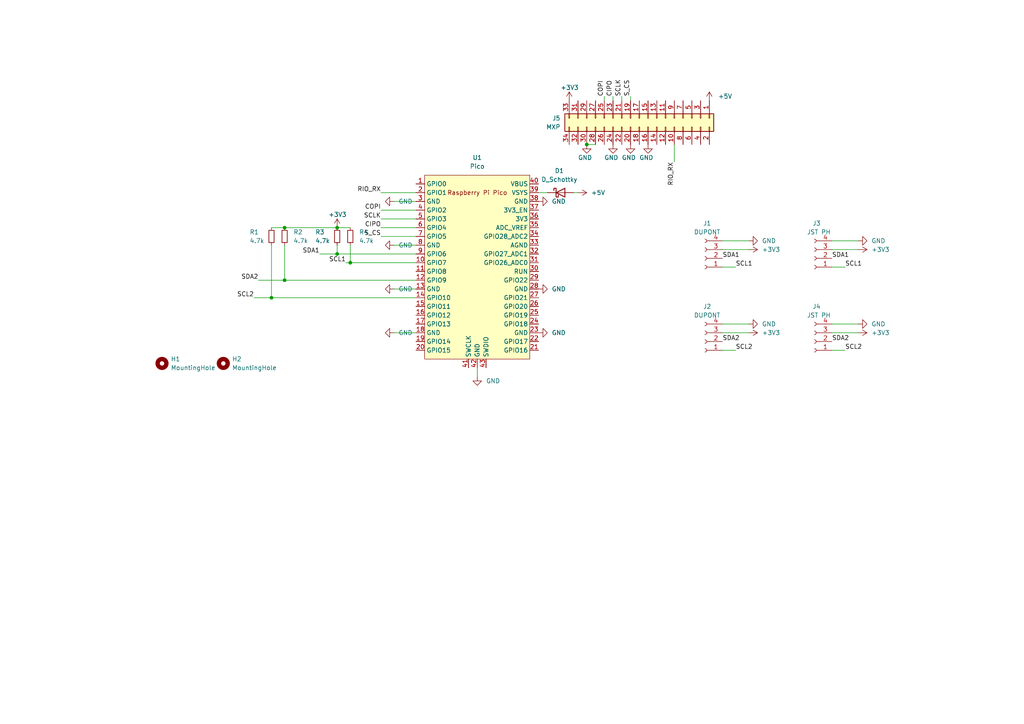
<source format=kicad_sch>
(kicad_sch (version 20211123) (generator eeschema)
  (paper "A4")
  (lib_symbols
    (symbol "Connector:Conn_01x04_Female" (pin_names (offset 1.016) hide)
      (property "Reference" "J" (at 0 5.08 0))
      (property "Value" "Conn_01x04_Female" (at 0 -7.62 0))
      (symbol "Conn_01x04_Female_1_1"
        (arc (start 0 -4.572) (mid -0.508 -5.08) (end 0 -5.588) (stroke (width 0.1524)))
        (arc (start 0 -2.032) (mid -0.508 -2.54) (end 0 -3.048) (stroke (width 0.1524)))
        (polyline (pts (xy -1.27 -5.08) (xy -0.508 -5.08)) (stroke (width 0.1524)))
        (polyline (pts (xy -1.27 -2.54) (xy -0.508 -2.54)) (stroke (width 0.1524)))
        (polyline (pts (xy -1.27 0) (xy -0.508 0)) (stroke (width 0.1524)))
        (polyline (pts (xy -1.27 2.54) (xy -0.508 2.54)) (stroke (width 0.1524)))
        (arc (start 0 0.508) (mid -0.508 0) (end 0 -0.508) (stroke (width 0.1524)))
        (arc (start 0 3.048) (mid -0.508 2.54) (end 0 2.032) (stroke (width 0.1524)))
        (pin passive line (at -5.08 2.54 0) (length 3.81) (name "Pin_1") (number "1"))
        (pin passive line (at -5.08 0 0) (length 3.81) (name "Pin_2") (number "2"))
        (pin passive line (at -5.08 -2.54 0) (length 3.81) (name "Pin_3") (number "3"))
        (pin passive line (at -5.08 -5.08 0) (length 3.81) (name "Pin_4") (number "4"))
      )
    )
    (symbol "Connector_Generic:Conn_02x17_Odd_Even" (pin_names (offset 1.016) hide)
      (property "Reference" "J" (at 1.27 22.86 0))
      (property "Value" "Conn_02x17_Odd_Even" (at 1.27 -22.86 0))
      (symbol "Conn_02x17_Odd_Even_1_1"
        (rectangle (start -1.27 -20.193) (end 0 -20.447) (stroke (width 0.1524)))
        (rectangle (start -1.27 -17.653) (end 0 -17.907) (stroke (width 0.1524)))
        (rectangle (start -1.27 -15.113) (end 0 -15.367) (stroke (width 0.1524)))
        (rectangle (start -1.27 -12.573) (end 0 -12.827) (stroke (width 0.1524)))
        (rectangle (start -1.27 -10.033) (end 0 -10.287) (stroke (width 0.1524)))
        (rectangle (start -1.27 -7.493) (end 0 -7.747) (stroke (width 0.1524)))
        (rectangle (start -1.27 -4.953) (end 0 -5.207) (stroke (width 0.1524)))
        (rectangle (start -1.27 -2.413) (end 0 -2.667) (stroke (width 0.1524)))
        (rectangle (start -1.27 0.127) (end 0 -0.127) (stroke (width 0.1524)))
        (rectangle (start -1.27 2.667) (end 0 2.413) (stroke (width 0.1524)))
        (rectangle (start -1.27 5.207) (end 0 4.953) (stroke (width 0.1524)))
        (rectangle (start -1.27 7.747) (end 0 7.493) (stroke (width 0.1524)))
        (rectangle (start -1.27 10.287) (end 0 10.033) (stroke (width 0.1524)))
        (rectangle (start -1.27 12.827) (end 0 12.573) (stroke (width 0.1524)))
        (rectangle (start -1.27 15.367) (end 0 15.113) (stroke (width 0.1524)))
        (rectangle (start -1.27 17.907) (end 0 17.653) (stroke (width 0.1524)))
        (rectangle (start -1.27 20.447) (end 0 20.193) (stroke (width 0.1524)))
        (rectangle (start -1.27 21.59) (end 3.81 -21.59) (stroke (width 0.254)) (fill (type background)))
        (rectangle (start 3.81 -20.193) (end 2.54 -20.447) (stroke (width 0.1524)))
        (rectangle (start 3.81 -17.653) (end 2.54 -17.907) (stroke (width 0.1524)))
        (rectangle (start 3.81 -15.113) (end 2.54 -15.367) (stroke (width 0.1524)))
        (rectangle (start 3.81 -12.573) (end 2.54 -12.827) (stroke (width 0.1524)))
        (rectangle (start 3.81 -10.033) (end 2.54 -10.287) (stroke (width 0.1524)))
        (rectangle (start 3.81 -7.493) (end 2.54 -7.747) (stroke (width 0.1524)))
        (rectangle (start 3.81 -4.953) (end 2.54 -5.207) (stroke (width 0.1524)))
        (rectangle (start 3.81 -2.413) (end 2.54 -2.667) (stroke (width 0.1524)))
        (rectangle (start 3.81 0.127) (end 2.54 -0.127) (stroke (width 0.1524)))
        (rectangle (start 3.81 2.667) (end 2.54 2.413) (stroke (width 0.1524)))
        (rectangle (start 3.81 5.207) (end 2.54 4.953) (stroke (width 0.1524)))
        (rectangle (start 3.81 7.747) (end 2.54 7.493) (stroke (width 0.1524)))
        (rectangle (start 3.81 10.287) (end 2.54 10.033) (stroke (width 0.1524)))
        (rectangle (start 3.81 12.827) (end 2.54 12.573) (stroke (width 0.1524)))
        (rectangle (start 3.81 15.367) (end 2.54 15.113) (stroke (width 0.1524)))
        (rectangle (start 3.81 17.907) (end 2.54 17.653) (stroke (width 0.1524)))
        (rectangle (start 3.81 20.447) (end 2.54 20.193) (stroke (width 0.1524)))
        (pin passive line (at -5.08 20.32 0) (length 3.81) (name "Pin_1") (number "1"))
        (pin passive line (at 7.62 10.16 180) (length 3.81) (name "Pin_10") (number "10"))
        (pin passive line (at -5.08 7.62 0) (length 3.81) (name "Pin_11") (number "11"))
        (pin passive line (at 7.62 7.62 180) (length 3.81) (name "Pin_12") (number "12"))
        (pin passive line (at -5.08 5.08 0) (length 3.81) (name "Pin_13") (number "13"))
        (pin passive line (at 7.62 5.08 180) (length 3.81) (name "Pin_14") (number "14"))
        (pin passive line (at -5.08 2.54 0) (length 3.81) (name "Pin_15") (number "15"))
        (pin passive line (at 7.62 2.54 180) (length 3.81) (name "Pin_16") (number "16"))
        (pin passive line (at -5.08 0 0) (length 3.81) (name "Pin_17") (number "17"))
        (pin passive line (at 7.62 0 180) (length 3.81) (name "Pin_18") (number "18"))
        (pin passive line (at -5.08 -2.54 0) (length 3.81) (name "Pin_19") (number "19"))
        (pin passive line (at 7.62 20.32 180) (length 3.81) (name "Pin_2") (number "2"))
        (pin passive line (at 7.62 -2.54 180) (length 3.81) (name "Pin_20") (number "20"))
        (pin passive line (at -5.08 -5.08 0) (length 3.81) (name "Pin_21") (number "21"))
        (pin passive line (at 7.62 -5.08 180) (length 3.81) (name "Pin_22") (number "22"))
        (pin passive line (at -5.08 -7.62 0) (length 3.81) (name "Pin_23") (number "23"))
        (pin passive line (at 7.62 -7.62 180) (length 3.81) (name "Pin_24") (number "24"))
        (pin passive line (at -5.08 -10.16 0) (length 3.81) (name "Pin_25") (number "25"))
        (pin passive line (at 7.62 -10.16 180) (length 3.81) (name "Pin_26") (number "26"))
        (pin passive line (at -5.08 -12.7 0) (length 3.81) (name "Pin_27") (number "27"))
        (pin passive line (at 7.62 -12.7 180) (length 3.81) (name "Pin_28") (number "28"))
        (pin passive line (at -5.08 -15.24 0) (length 3.81) (name "Pin_29") (number "29"))
        (pin passive line (at -5.08 17.78 0) (length 3.81) (name "Pin_3") (number "3"))
        (pin passive line (at 7.62 -15.24 180) (length 3.81) (name "Pin_30") (number "30"))
        (pin passive line (at -5.08 -17.78 0) (length 3.81) (name "Pin_31") (number "31"))
        (pin passive line (at 7.62 -17.78 180) (length 3.81) (name "Pin_32") (number "32"))
        (pin passive line (at -5.08 -20.32 0) (length 3.81) (name "Pin_33") (number "33"))
        (pin passive line (at 7.62 -20.32 180) (length 3.81) (name "Pin_34") (number "34"))
        (pin passive line (at 7.62 17.78 180) (length 3.81) (name "Pin_4") (number "4"))
        (pin passive line (at -5.08 15.24 0) (length 3.81) (name "Pin_5") (number "5"))
        (pin passive line (at 7.62 15.24 180) (length 3.81) (name "Pin_6") (number "6"))
        (pin passive line (at -5.08 12.7 0) (length 3.81) (name "Pin_7") (number "7"))
        (pin passive line (at 7.62 12.7 180) (length 3.81) (name "Pin_8") (number "8"))
        (pin passive line (at -5.08 10.16 0) (length 3.81) (name "Pin_9") (number "9"))
      )
    )
    (symbol "Device:D_Schottky" (pin_numbers hide) (pin_names (offset 1.016) hide)
      (property "Reference" "D" (at 0 2.54 0))
      (property "Value" "D_Schottky" (at 0 -2.54 0))
      (symbol "D_Schottky_0_1"
        (polyline (pts (xy 1.27 0) (xy -1.27 0)))
        (polyline (pts (xy 1.27 1.27) (xy 1.27 -1.27) (xy -1.27 0) (xy 1.27 1.27)) (stroke (width 0.254)))
        (polyline (pts (xy -1.905 0.635) (xy -1.905 1.27) (xy -1.27 1.27) (xy -1.27 -1.27) (xy -0.635 -1.27) (xy -0.635 -0.635)) (stroke (width 0.254)))
      )
      (symbol "D_Schottky_1_1"
        (pin passive line (at -3.81 0 0) (length 2.54) (name "K") (number "1"))
        (pin passive line (at 3.81 0 180) (length 2.54) (name "A") (number "2"))
      )
    )
    (symbol "Device:R_Small" (pin_numbers hide) (pin_names (offset 0.254) hide)
      (property "Reference" "R" (at 0.762 0.508 0))
      (property "Value" "R_Small" (at 0.762 -1.016 0))
      (symbol "R_Small_0_1"
        (rectangle (start -0.762 1.778) (end 0.762 -1.778) (stroke (width 0.2032)))
      )
      (symbol "R_Small_1_1"
        (pin passive line (at 0 2.54 270) (length 0.762) (name "~") (number "1"))
        (pin passive line (at 0 -2.54 90) (length 0.762) (name "~") (number "2"))
      )
    )
    (symbol "MCU_RaspberryPi_and_Boards:Pico"
      (property "Reference" "U" (at -13.97 27.94 0))
      (property "Value" "Pico" (at 0 19.05 0))
      (symbol "Pico_0_0"
        (text "Raspberry Pi Pico" (at 0 21.59 0) (effects (font (size 1.27 1.27))))
      )
      (symbol "Pico_0_1"
        (rectangle (start -15.24 26.67) (end 15.24 -26.67) (fill (type background)))
      )
      (symbol "Pico_1_1"
        (pin bidirectional line (at -17.78 24.13 0) (length 2.54) (name "GPIO0") (number "1"))
        (pin bidirectional line (at -17.78 1.27 0) (length 2.54) (name "GPIO7") (number "10"))
        (pin bidirectional line (at -17.78 -1.27 0) (length 2.54) (name "GPIO8") (number "11"))
        (pin bidirectional line (at -17.78 -3.81 0) (length 2.54) (name "GPIO9") (number "12"))
        (pin power_in line (at -17.78 -6.35 0) (length 2.54) (name "GND") (number "13"))
        (pin bidirectional line (at -17.78 -8.89 0) (length 2.54) (name "GPIO10") (number "14"))
        (pin bidirectional line (at -17.78 -11.43 0) (length 2.54) (name "GPIO11") (number "15"))
        (pin bidirectional line (at -17.78 -13.97 0) (length 2.54) (name "GPIO12") (number "16"))
        (pin bidirectional line (at -17.78 -16.51 0) (length 2.54) (name "GPIO13") (number "17"))
        (pin power_in line (at -17.78 -19.05 0) (length 2.54) (name "GND") (number "18"))
        (pin bidirectional line (at -17.78 -21.59 0) (length 2.54) (name "GPIO14") (number "19"))
        (pin bidirectional line (at -17.78 21.59 0) (length 2.54) (name "GPIO1") (number "2"))
        (pin bidirectional line (at -17.78 -24.13 0) (length 2.54) (name "GPIO15") (number "20"))
        (pin bidirectional line (at 17.78 -24.13 180) (length 2.54) (name "GPIO16") (number "21"))
        (pin bidirectional line (at 17.78 -21.59 180) (length 2.54) (name "GPIO17") (number "22"))
        (pin power_in line (at 17.78 -19.05 180) (length 2.54) (name "GND") (number "23"))
        (pin bidirectional line (at 17.78 -16.51 180) (length 2.54) (name "GPIO18") (number "24"))
        (pin bidirectional line (at 17.78 -13.97 180) (length 2.54) (name "GPIO19") (number "25"))
        (pin bidirectional line (at 17.78 -11.43 180) (length 2.54) (name "GPIO20") (number "26"))
        (pin bidirectional line (at 17.78 -8.89 180) (length 2.54) (name "GPIO21") (number "27"))
        (pin power_in line (at 17.78 -6.35 180) (length 2.54) (name "GND") (number "28"))
        (pin bidirectional line (at 17.78 -3.81 180) (length 2.54) (name "GPIO22") (number "29"))
        (pin power_in line (at -17.78 19.05 0) (length 2.54) (name "GND") (number "3"))
        (pin input line (at 17.78 -1.27 180) (length 2.54) (name "RUN") (number "30"))
        (pin bidirectional line (at 17.78 1.27 180) (length 2.54) (name "GPIO26_ADC0") (number "31"))
        (pin bidirectional line (at 17.78 3.81 180) (length 2.54) (name "GPIO27_ADC1") (number "32"))
        (pin power_in line (at 17.78 6.35 180) (length 2.54) (name "AGND") (number "33"))
        (pin bidirectional line (at 17.78 8.89 180) (length 2.54) (name "GPIO28_ADC2") (number "34"))
        (pin power_in line (at 17.78 11.43 180) (length 2.54) (name "ADC_VREF") (number "35"))
        (pin power_in line (at 17.78 13.97 180) (length 2.54) (name "3V3") (number "36"))
        (pin input line (at 17.78 16.51 180) (length 2.54) (name "3V3_EN") (number "37"))
        (pin bidirectional line (at 17.78 19.05 180) (length 2.54) (name "GND") (number "38"))
        (pin power_in line (at 17.78 21.59 180) (length 2.54) (name "VSYS") (number "39"))
        (pin bidirectional line (at -17.78 16.51 0) (length 2.54) (name "GPIO2") (number "4"))
        (pin power_in line (at 17.78 24.13 180) (length 2.54) (name "VBUS") (number "40"))
        (pin input line (at -2.54 -29.21 90) (length 2.54) (name "SWCLK") (number "41"))
        (pin power_in line (at 0 -29.21 90) (length 2.54) (name "GND") (number "42"))
        (pin bidirectional line (at 2.54 -29.21 90) (length 2.54) (name "SWDIO") (number "43"))
        (pin bidirectional line (at -17.78 13.97 0) (length 2.54) (name "GPIO3") (number "5"))
        (pin bidirectional line (at -17.78 11.43 0) (length 2.54) (name "GPIO4") (number "6"))
        (pin bidirectional line (at -17.78 8.89 0) (length 2.54) (name "GPIO5") (number "7"))
        (pin power_in line (at -17.78 6.35 0) (length 2.54) (name "GND") (number "8"))
        (pin bidirectional line (at -17.78 3.81 0) (length 2.54) (name "GPIO6") (number "9"))
      )
    )
    (symbol "Mechanical:MountingHole" (pin_names (offset 1.016))
      (property "Reference" "H" (at 0 5.08 0))
      (property "Value" "MountingHole" (at 0 3.175 0))
      (symbol "MountingHole_0_1"
        (circle (center 0 0) (radius 1.27) (stroke (width 1.27)))
      )
    )
    (symbol "power:+3V3" (power) (pin_names (offset 0))
      (property "Value" "+3V3" (at 0 3.556 0))
      (symbol "+3V3_0_1"
        (polyline (pts (xy -0.762 1.27) (xy 0 2.54)))
        (polyline (pts (xy 0 0) (xy 0 2.54)))
        (polyline (pts (xy 0 2.54) (xy 0.762 1.27)))
      )
      (symbol "+3V3_1_1"
        (pin power_in line (at 0 0 90) (length 0) hide (name "+3V3") (number "1"))
      )
    )
    (symbol "power:+5V" (power) (pin_names (offset 0))
      (property "Value" "+5V" (at 0 3.556 0))
      (symbol "+5V_0_1"
        (polyline (pts (xy -0.762 1.27) (xy 0 2.54)))
        (polyline (pts (xy 0 0) (xy 0 2.54)))
        (polyline (pts (xy 0 2.54) (xy 0.762 1.27)))
      )
      (symbol "+5V_1_1"
        (pin power_in line (at 0 0 90) (length 0) hide (name "+5V") (number "1"))
      )
    )
    (symbol "power:GND" (power) (pin_names (offset 0))
      (property "Value" "GND" (at 0 -3.81 0))
      (symbol "GND_0_1"
        (polyline (pts (xy 0 0) (xy 0 -1.27) (xy 1.27 -1.27) (xy 0 -2.54) (xy -1.27 -1.27) (xy 0 -1.27)))
      )
      (symbol "GND_1_1"
        (pin power_in line (at 0 0 270) (length 0) hide (name "GND") (number "1"))
      )
    )
  )
  (junction (at 97.79 66.04))
  (junction (at 82.55 81.28))
  (junction (at 101.6 76.2))
  (junction (at 170.18 41.91))
  (junction (at 78.74 86.36))
  (junction (at 82.55 66.04))
  (junction (at 97.79 73.66))
  (wire (pts (xy 78.74 71.12) (xy 78.74 86.36)))
  (wire (pts (xy 248.92 96.52) (xy 241.3 96.52)))
  (wire (pts (xy 92.71 73.66) (xy 97.79 73.66)))
  (wire (pts (xy 138.43 109.22) (xy 138.43 106.68)))
  (wire (pts (xy 110.49 66.04) (xy 120.65 66.04)))
  (wire (pts (xy 74.93 81.28) (xy 82.55 81.28)))
  (wire (pts (xy 114.3 58.42) (xy 120.65 58.42)))
  (wire (pts (xy 156.21 55.88) (xy 158.75 55.88)))
  (wire (pts (xy 110.49 68.58) (xy 120.65 68.58)))
  (wire (pts (xy 110.49 60.96) (xy 120.65 60.96)))
  (wire (pts (xy 82.55 71.12) (xy 82.55 81.28)))
  (wire (pts (xy 213.36 77.47) (xy 209.55 77.47)))
  (wire (pts (xy 101.6 71.12) (xy 101.6 76.2)))
  (wire (pts (xy 100.33 76.2) (xy 101.6 76.2)))
  (wire (pts (xy 248.92 69.85) (xy 241.3 69.85)))
  (wire (pts (xy 78.74 66.04) (xy 82.55 66.04)))
  (wire (pts (xy 114.3 96.52) (xy 120.65 96.52)))
  (wire (pts (xy 248.92 72.39) (xy 241.3 72.39)))
  (wire (pts (xy 180.34 27.94) (xy 180.34 29.21)))
  (wire (pts (xy 182.88 27.94) (xy 182.88 29.21)))
  (wire (pts (xy 114.3 83.82) (xy 120.65 83.82)))
  (wire (pts (xy 245.11 77.47) (xy 241.3 77.47)))
  (wire (pts (xy 166.37 55.88) (xy 167.64 55.88)))
  (wire (pts (xy 248.92 93.98) (xy 241.3 93.98)))
  (wire (pts (xy 97.79 66.04) (xy 101.6 66.04)))
  (wire (pts (xy 101.6 76.2) (xy 120.65 76.2)))
  (wire (pts (xy 82.55 66.04) (xy 97.79 66.04)))
  (wire (pts (xy 213.36 101.6) (xy 209.55 101.6)))
  (wire (pts (xy 114.3 71.12) (xy 120.65 71.12)))
  (wire (pts (xy 170.18 41.91) (xy 172.72 41.91)))
  (wire (pts (xy 110.49 63.5) (xy 120.65 63.5)))
  (wire (pts (xy 195.58 46.99) (xy 195.58 41.91)))
  (wire (pts (xy 78.74 86.36) (xy 120.65 86.36)))
  (wire (pts (xy 177.8 27.94) (xy 177.8 29.21)))
  (wire (pts (xy 175.26 27.94) (xy 175.26 29.21)))
  (wire (pts (xy 97.79 71.12) (xy 97.79 73.66)))
  (wire (pts (xy 82.55 81.28) (xy 120.65 81.28)))
  (wire (pts (xy 217.17 69.85) (xy 209.55 69.85)))
  (wire (pts (xy 245.11 101.6) (xy 241.3 101.6)))
  (wire (pts (xy 97.79 73.66) (xy 120.65 73.66)))
  (wire (pts (xy 217.17 96.52) (xy 209.55 96.52)))
  (wire (pts (xy 217.17 93.98) (xy 209.55 93.98)))
  (wire (pts (xy 217.17 72.39) (xy 209.55 72.39)))
  (wire (pts (xy 110.49 55.88) (xy 120.65 55.88)))
  (wire (pts (xy 73.66 86.36) (xy 78.74 86.36)))
  (label "SCL1" (at 100.33 76.2 180))
  (label "SCLK" (at 110.49 63.5 180))
  (label "SCLK" (at 180.34 27.94 90))
  (label "SCL1" (at 213.36 77.47 0))
  (label "CIPO" (at 177.8 27.94 90))
  (label "SDA1" (at 209.55 74.93 0))
  (label "SDA2" (at 209.55 99.06 0))
  (label "SDA1" (at 241.3 74.93 0))
  (label "SCL2" (at 213.36 101.6 0))
  (label "RIO_RX" (at 195.58 46.99 270))
  (label "SDA2" (at 241.3 99.06 0))
  (label "SCL1" (at 245.11 77.47 0))
  (label "SCL2" (at 73.66 86.36 180))
  (label "S_CS" (at 182.88 27.94 90))
  (label "SCL2" (at 245.11 101.6 0))
  (label "COPI" (at 175.26 27.94 90))
  (label "COPI" (at 110.49 60.96 180))
  (label "SDA1" (at 92.71 73.66 180))
  (label "CIPO" (at 110.49 66.04 180))
  (label "SDA2" (at 74.93 81.28 180))
  (label "S_CS" (at 110.49 68.58 180))
  (label "RIO_RX" (at 110.49 55.88 180))
  (symbol (lib_id "power:+3V3") (at 165.1 29.21 0) (unit 1)
    (property "Reference" "#PWR0111" (effects hide))
    (property "Value" "+3V3" (at 162.56 25.4 0) (effects (justify left)))
  )
  (symbol (lib_id "power:GND") (at 170.18 41.91 0) (unit 1)
    (property "Reference" "#PWR0109" (effects hide))
    (property "Value" "GND" (at 167.64 45.72 0) (effects (justify left)))
  )
  (symbol (lib_id "power:GND") (at 187.96 41.91 0) (unit 1)
    (property "Reference" "#PWR0123" (effects hide))
    (property "Value" "GND" (at 185.42 45.72 0) (effects (justify left)))
  )
  (symbol (lib_id "power:GND") (at 114.3 71.12 270) (unit 1)
    (property "Reference" "#PWR0118" (effects hide))
    (property "Value" "GND" (at 115.57 71.1199 90) (effects (justify left)))
  )
  (symbol (lib_id "power:GND") (at 114.3 58.42 270) (unit 1)
    (property "Reference" "#PWR0116" (effects hide))
    (property "Value" "GND" (at 115.57 58.4199 90) (effects (justify left)))
  )
  (symbol (lib_id "power:GND") (at 217.17 93.98 90) (unit 1)
    (property "Reference" "#PWR0102" (effects hide))
    (property "Value" "GND" (at 220.98 93.9799 90) (effects (justify right)))
  )
  (symbol (lib_id "MCU_RaspberryPi_and_Boards:Pico") (at 138.43 77.47 0) (unit 1)
    (property "Reference" "U1" (at 138.43 45.72 0))
    (property "Value" "Pico" (at 138.43 48.26 0))
    (property "Footprint" "MCU_RaspberryPi_and_Boards:RPi_Pico_SMD_TH" (effects hide))
  )
  (symbol (lib_id "power:+3V3") (at 217.17 96.52 270) (unit 1)
    (property "Reference" "#PWR0101" (effects hide))
    (property "Value" "+3V3" (at 220.98 96.5199 90) (effects (justify left)))
  )
  (symbol (lib_id "power:+3V3") (at 248.92 96.52 270) (unit 1)
    (property "Reference" "#PWR0105" (effects hide))
    (property "Value" "+3V3" (at 252.73 96.5199 90) (effects (justify left)))
  )
  (symbol (lib_id "Device:D_Schottky") (at 162.56 55.88 0) (unit 1)
    (property "Reference" "D1" (at 162.2425 49.53 0))
    (property "Value" "D_Schottky" (at 162.2425 52.07 0))
    (property "Footprint" "Diode_SMD:D_0603_1608Metric_Pad1.05x0.95mm_HandSolder" (effects hide))
  )
  (symbol (lib_id "power:GND") (at 177.8 41.91 0) (unit 1)
    (property "Reference" "#PWR0110" (effects hide))
    (property "Value" "GND" (at 175.26 45.72 0) (effects (justify left)))
  )
  (symbol (lib_id "power:GND") (at 156.21 83.82 90) (unit 1)
    (property "Reference" "#PWR0113" (effects hide))
    (property "Value" "GND" (at 160.02 83.8199 90) (effects (justify right)))
  )
  (symbol (lib_id "Mechanical:MountingHole") (at 64.77 105.41 0) (unit 1)
    (property "Reference" "H2" (at 67.31 104.1399 0) (effects (justify left)))
    (property "Value" "MountingHole" (at 67.31 106.6799 0) (effects (justify left)))
    (property "Footprint" "MountingHole:MountingHole_3.2mm_M3" (effects hide))
  )
  (symbol (lib_id "power:GND") (at 182.88 41.91 0) (unit 1)
    (property "Reference" "#PWR0121" (effects hide))
    (property "Value" "GND" (at 180.34 45.72 0) (effects (justify left)))
  )
  (symbol (lib_id "Device:R_Small") (at 82.55 68.58 0) (unit 1)
    (property "Reference" "R2" (at 85.09 67.3099 0) (effects (justify left)))
    (property "Value" "4.7k" (at 85.09 69.8499 0) (effects (justify left)))
    (property "Footprint" "Resistor_SMD:R_0805_2012Metric" (effects hide))
  )
  (symbol (lib_id "power:GND") (at 217.17 69.85 90) (unit 1)
    (property "Reference" "#PWR0108" (effects hide))
    (property "Value" "GND" (at 220.98 69.8499 90) (effects (justify right)))
  )
  (symbol (lib_id "Connector:Conn_01x04_Female") (at 236.22 99.06 180) (unit 1)
    (property "Reference" "J4" (at 236.855 88.9 0))
    (property "Value" "JST PH" (at 237.49 91.44 0))
    (property "Footprint" "Connector_JST:JST_PH_S4B-PH-SM4-TB_1x04-1MP_P2.00mm_Horizontal" (effects hide))
  )
  (symbol (lib_id "Connector:Conn_01x04_Female") (at 204.47 99.06 180) (unit 1)
    (property "Reference" "J2" (at 205.105 88.9 0))
    (property "Value" "DUPONT" (at 205.105 91.44 0))
    (property "Footprint" "Connector_PinHeader_2.54mm:PinHeader_1x04_P2.54mm_Vertical" (effects hide))
  )
  (symbol (lib_id "power:GND") (at 114.3 96.52 270) (unit 1)
    (property "Reference" "#PWR0120" (effects hide))
    (property "Value" "GND" (at 115.57 96.5199 90) (effects (justify left)))
  )
  (symbol (lib_id "Connector:Conn_01x04_Female") (at 204.47 74.93 180) (unit 1)
    (property "Reference" "J1" (at 205.105 64.77 0))
    (property "Value" "DUPONT" (at 205.105 67.31 0))
    (property "Footprint" "Connector_PinHeader_2.54mm:PinHeader_1x04_P2.54mm_Vertical" (effects hide))
  )
  (symbol (lib_id "power:+3V3") (at 248.92 72.39 270) (unit 1)
    (property "Reference" "#PWR0103" (effects hide))
    (property "Value" "+3V3" (at 252.73 72.3899 90) (effects (justify left)))
  )
  (symbol (lib_id "Device:R_Small") (at 78.74 68.58 0) (unit 1)
    (property "Reference" "R1" (at 72.39 67.31 0) (effects (justify left)))
    (property "Value" "4.7k" (at 72.39 69.85 0) (effects (justify left)))
    (property "Footprint" "Resistor_SMD:R_0805_2012Metric" (effects hide))
  )
  (symbol (lib_id "power:GND") (at 156.21 96.52 90) (unit 1)
    (property "Reference" "#PWR0114" (effects hide))
    (property "Value" "GND" (at 160.02 96.5199 90) (effects (justify right)))
  )
  (symbol (lib_id "power:+5V") (at 167.64 55.88 270) (unit 1)
    (property "Reference" "#PWR0115" (effects hide))
    (property "Value" "+5V" (at 171.45 55.8799 90) (effects (justify left)))
  )
  (symbol (lib_id "Connector:Conn_01x04_Female") (at 236.22 74.93 180) (unit 1)
    (property "Reference" "J3" (at 236.855 64.77 0))
    (property "Value" "JST PH" (at 237.49 67.31 0))
    (property "Footprint" "Connector_JST:JST_PH_S4B-PH-SM4-TB_1x04-1MP_P2.00mm_Horizontal" (effects hide))
  )
  (symbol (lib_id "power:+5V") (at 205.74 29.21 0) (unit 1)
    (property "Reference" "#PWR0122" (effects hide))
    (property "Value" "+5V" (at 208.28 27.9399 0) (effects (justify left)))
  )
  (symbol (lib_id "power:GND") (at 248.92 69.85 90) (unit 1)
    (property "Reference" "#PWR0104" (effects hide))
    (property "Value" "GND" (at 252.73 69.8499 90) (effects (justify right)))
  )
  (symbol (lib_id "Connector_Generic:Conn_02x17_Odd_Even") (at 185.42 34.29 270) (unit 1)
    (property "Reference" "J5" (at 162.56 34.2899 90) (effects (justify right)))
    (property "Value" "MXP" (at 162.56 36.8299 90) (effects (justify right)))
    (property "Footprint" "Connector_PinSocket_2.54mm:PinSocket_2x17_P2.54mm_Vertical" (effects hide))
  )
  (symbol (lib_id "Mechanical:MountingHole") (at 46.99 105.41 0) (unit 1)
    (property "Reference" "H1" (at 49.53 104.1399 0) (effects (justify left)))
    (property "Value" "MountingHole" (at 49.53 106.6799 0) (effects (justify left)))
    (property "Footprint" "MountingHole:MountingHole_3.2mm_M3" (effects hide))
  )
  (symbol (lib_id "power:+3V3") (at 97.79 66.04 0) (unit 1)
    (property "Reference" "#PWR0124" (effects hide))
    (property "Value" "+3V3" (at 95.25 62.23 0) (effects (justify left)))
  )
  (symbol (lib_id "Device:R_Small") (at 97.79 68.58 0) (unit 1)
    (property "Reference" "R3" (at 91.44 67.31 0) (effects (justify left)))
    (property "Value" "4.7k" (at 91.44 69.85 0) (effects (justify left)))
    (property "Footprint" "Resistor_SMD:R_0805_2012Metric" (effects hide))
  )
  (symbol (lib_id "power:+3V3") (at 217.17 72.39 270) (unit 1)
    (property "Reference" "#PWR0107" (effects hide))
    (property "Value" "+3V3" (at 220.98 72.3899 90) (effects (justify left)))
  )
  (symbol (lib_id "power:GND") (at 138.43 109.22 0) (unit 1)
    (property "Reference" "#PWR0119" (effects hide))
    (property "Value" "GND" (at 140.97 110.4899 0) (effects (justify left)))
  )
  (symbol (lib_id "Device:R_Small") (at 101.6 68.58 0) (unit 1)
    (property "Reference" "R4" (at 104.14 67.3099 0) (effects (justify left)))
    (property "Value" "4.7k" (at 104.14 69.8499 0) (effects (justify left)))
    (property "Footprint" "Resistor_SMD:R_0805_2012Metric" (effects hide))
  )
  (symbol (lib_id "power:GND") (at 114.3 83.82 270) (unit 1)
    (property "Reference" "#PWR0117" (effects hide))
    (property "Value" "GND" (at 115.57 83.8199 90) (effects (justify left)))
  )
  (symbol (lib_id "power:GND") (at 248.92 93.98 90) (unit 1)
    (property "Reference" "#PWR0106" (effects hide))
    (property "Value" "GND" (at 252.73 93.9799 90) (effects (justify right)))
  )
  (symbol (lib_id "power:GND") (at 156.21 58.42 90) (unit 1)
    (property "Reference" "#PWR0112" (effects hide))
    (property "Value" "GND" (at 160.02 58.4199 90) (effects (justify right)))
  )
)
</source>
